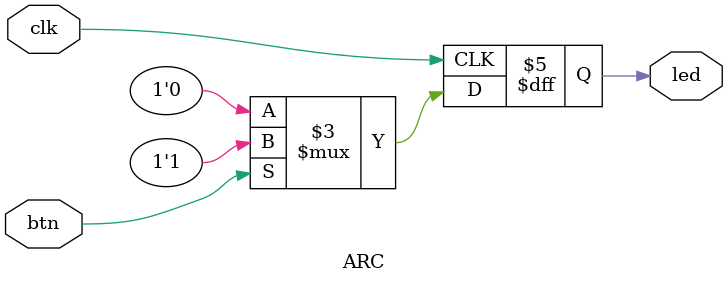
<source format=v>
module ARC(clk, btn, led);

//`define	l_1	8'b1001_1111
//`define	l_2	8'b0010_0101

input clk;
input btn;
output reg led;
//output reg[7:0] out;
//output reg[7:0] out_a;
//reg[25:0]	count;
//reg[1:0]	led_count;



always@(posedge clk)begin
	if(btn)begin
		led<=1'b1;
		end
	else begin
		led<=1'b0;
		end
end

endmodule
			
		

</source>
